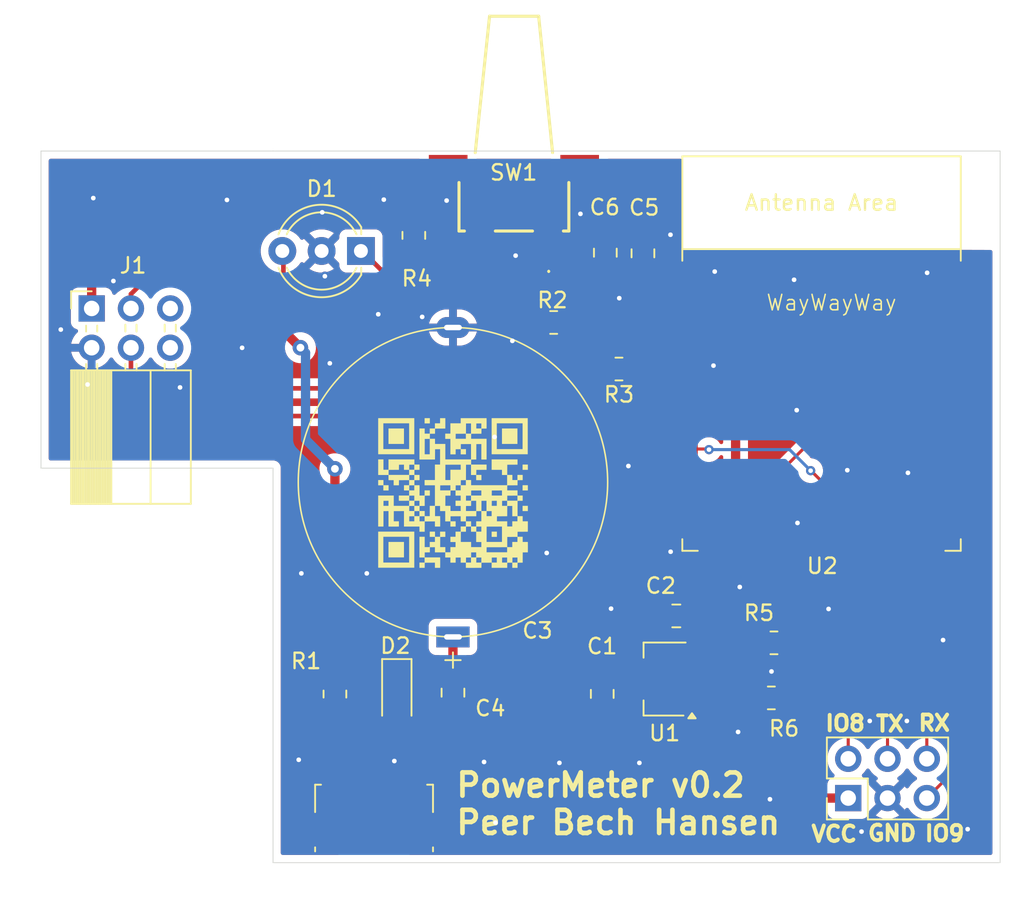
<source format=kicad_pcb>
(kicad_pcb (version 20241229) (generator "pcbnew") (generator_version "9.0")
  (layers (0 "F.Cu" signal) (2 "B.Cu" signal) (13 "F.Paste" user) (15 "B.Paste" user) (5 "F.SilkS" user "F.Silkscreen") (7 "B.SilkS" user "B.Silkscreen") (1 "F.Mask" user) (3 "B.Mask" user) (25 "Edge.Cuts" user))
  (net 0 "")
  (net 1 "GND")
  (net 2 "+3.3V")
  (net 3 "Net-(D2-K)")
  (net 4 "Net-(D1-A2)")
  (net 5 "Net-(D1-A1)")
  (net 6 "Net-(D2-A)")
  (net 7 "/DataOut")
  (net 10 "/DataIn")
  (net 11 "Net-(U2-GPIO22)")
  (net 12 "Net-(U2-GPIO3{slash}ADC1_CH3)")
  (net 23 "Net-(U2-MTDI{slash}GPIO5{slash}ADC1_CH5)")
  (net 24 "Net-(U2-MTCK{slash}GPIO6{slash}ADC1_CH6)")
  (net 25 "Net-(U2-MTMS{slash}GPIO4{slash}ADC1_CH4)")
  (net 27 "VCC")
  (net 33 "Net-(J1-Pin_2)")
  (net 34 "Net-(J1-Pin_4)")
  (net 35 "Net-(J1-Pin_5)")
  (net 36 "Net-(J1-Pin_6)")
  (footprint "Connector_USB:USB_Micro-B_Molex_47346-0001" (layer "F.Cu") (at 71.53 92.67)
    (property "Reference" "J3" (hide yes))
    (property "Value" "USB_B_Micro")
    (pad "1" smd rect (at -1.3 -1.46) (size 0.45 1.38) (layers "F.Cu" "F.Mask" "F.Paste") (net 27 "VCC"))
    (pad "2" smd rect (at -0.65 -1.46) (size 0.45 1.38) (layers "F.Cu" "F.Mask" "F.Paste"))
    (pad "3" smd rect (at 0 -1.46) (size 0.45 1.38) (layers "F.Cu" "F.Mask" "F.Paste"))
    (pad "4" smd rect (at 0.65 -1.46) (size 0.45 1.38) (layers "F.Cu" "F.Mask" "F.Paste"))
    (pad "5" smd rect (at 1.3 -1.46) (size 0.45 1.38) (layers "F.Cu" "F.Mask" "F.Paste") (net 1 "GND"))
    (pad "6" smd rect (at -3.375 1.2) (size 1.65 1.3) (layers "F.Cu" "F.Mask" "F.Paste"))
    (pad "6" smd rect (at -2.4875 -1.375) (size 1.425 1.55) (layers "F.Cu" "F.Mask" "F.Paste"))
    (pad "6" smd rect (at -1.15 1.2) (size 1.8 1.9) (layers "F.Cu" "F.Mask" "F.Paste"))
    (pad "6" smd rect (at 1.55 1.2) (size 1 1.9) (layers "F.Cu" "F.Mask" "F.Paste"))
    (pad "6" smd rect (at 2.4875 -1.375) (size 1.425 1.55) (layers "F.Cu" "F.Mask" "F.Paste"))
    (pad "6" smd rect (at 3.375 1.2) (size 1.65 1.3) (layers "F.Cu" "F.Mask" "F.Paste"))
  )
  (footprint "Connector_PinHeader_2.54mm:PinHeader_2x03_P2.54mm_Vertical" (layer "F.Cu") (at 102.18 91.825 90)
    (property "Reference" "J1" (hide yes))
    (property "Value" "Conn_02x03_Top_Bottom")
    (pad "1" thru_hole rect (at 0 0 90) (size 1.7 1.7) (drill 1) (layers "*.Cu" "*.Mask") (net 2 "+3.3V"))
    (pad "2" thru_hole circle (at 2.54 0 90) (size 1.7 1.7) (drill 1) (layers "*.Cu" "*.Mask") (net 33 "Net-(J1-Pin_2)"))
    (pad "3" thru_hole circle (at 0 2.54 90) (size 1.7 1.7) (drill 1) (layers "*.Cu" "*.Mask") (net 1 "GND"))
    (pad "4" thru_hole circle (at 2.54 2.54 90) (size 1.7 1.7) (drill 1) (layers "*.Cu" "*.Mask") (net 34 "Net-(J1-Pin_4)"))
    (pad "5" thru_hole circle (at 0 5.08 90) (size 1.7 1.7) (drill 1) (layers "*.Cu" "*.Mask") (net 35 "Net-(J1-Pin_5)"))
    (pad "6" thru_hole circle (at 2.54 5.08 90) (size 1.7 1.7) (drill 1) (layers "*.Cu" "*.Mask") (net 36 "Net-(J1-Pin_6)"))
  )
  (footprint "Resistor_SMD:R_0805_2012Metric_Pad1.20x1.40mm_HandSolder" (layer "F.Cu") (at 83.14 61.08)
    (property "Reference" "R2" (at -0.08 -1.44 0) (layer "F.SilkS"))
    (property "Value" "220")
    (pad "1" smd roundrect (at -1 0) (size 1.2 1.4) (layers "F.Cu" "F.Mask" "F.Paste") (roundrect_rratio 0.208333) (net 5 "Net-(D1-A1)"))
    (pad "2" smd roundrect (at 1 0) (size 1.2 1.4) (layers "F.Cu" "F.Mask" "F.Paste") (roundrect_rratio 0.208333) (net 23 "Net-(U2-MTDI{slash}GPIO5{slash}ADC1_CH5)"))
  )
  (footprint "Capacitor_SMD:C_0805_2012Metric_Pad1.18x1.45mm_HandSolder" (layer "F.Cu") (at 86.28 85.09 -90)
    (property "Reference" "C1" (at -3.08 0.01 0) (layer "F.SilkS"))
    (property "Value" "10μF")
    (pad "1" smd roundrect (at -1.0375 0 270) (size 1.175 1.45) (layers "F.Cu" "F.Mask" "F.Paste") (roundrect_rratio 0.212766) (net 3 "Net-(D2-K)"))
    (pad "2" smd roundrect (at 1.0375 0 270) (size 1.175 1.45) (layers "F.Cu" "F.Mask" "F.Paste") (roundrect_rratio 0.212766) (net 1 "GND"))
  )
  (footprint "Capacitor_SMD:C_0805_2012Metric_Pad1.18x1.45mm_HandSolder" (layer "F.Cu") (at 76.63 85.01 -90)
    (property "Reference" "C4" (at 1.01 -2.41 180) (layer "F.SilkS"))
    (property "Value" "0.1μF")
    (pad "1" smd roundrect (at -1.0375 0 270) (size 1.175 1.45) (layers "F.Cu" "F.Mask" "F.Paste") (roundrect_rratio 0.212766) (net 3 "Net-(D2-K)"))
    (pad "2" smd roundrect (at 1.0375 0 270) (size 1.175 1.45) (layers "F.Cu" "F.Mask" "F.Paste") (roundrect_rratio 0.212766) (net 1 "GND"))
  )
  (footprint "PCM_Espressif:ESP32-C6-WROOM-1" (layer "F.Cu") (at 100.455 66.09)
    (property "Reference" "U2" (at 0.045 10.73 0) (layer "F.SilkS"))
    (property "Value" "ESP32-C6-WROOM-1")
    (fp_text user "Antenna Area" (at 0 -12.75 0) (layer "F.SilkS"))
    (pad "1" smd rect (at -8.75 -8.26) (size 1.5 0.9) (layers "F.Cu" "F.Mask" "F.Paste") (net 1 "GND"))
    (pad "2" smd rect (at -8.75 -6.99) (size 1.5 0.9) (layers "F.Cu" "F.Mask" "F.Paste") (net 2 "+3.3V"))
    (pad "3" smd rect (at -8.75 -5.72) (size 1.5 0.9) (layers "F.Cu" "F.Mask" "F.Paste") (net 2 "+3.3V"))
    (pad "4" smd rect (at -8.75 -4.45) (size 1.5 0.9) (layers "F.Cu" "F.Mask" "F.Paste") (net 25 "Net-(U2-MTMS{slash}GPIO4{slash}ADC1_CH4)"))
    (pad "5" smd rect (at -8.75 -3.18) (size 1.5 0.9) (layers "F.Cu" "F.Mask" "F.Paste") (net 23 "Net-(U2-MTDI{slash}GPIO5{slash}ADC1_CH5)"))
    (pad "6" smd rect (at -8.75 -1.91) (size 1.5 0.9) (layers "F.Cu" "F.Mask" "F.Paste") (net 24 "Net-(U2-MTCK{slash}GPIO6{slash}ADC1_CH6)"))
    (pad "7" smd rect (at -8.75 -0.64) (size 1.5 0.9) (layers "F.Cu" "F.Mask" "F.Paste"))
    (pad "8" smd rect (at -8.75 0.63) (size 1.5 0.9) (layers "F.Cu" "F.Mask" "F.Paste") (net 10 "/DataIn"))
    (pad "9" smd rect (at -8.75 1.9) (size 1.5 0.9) (layers "F.Cu" "F.Mask" "F.Paste") (net 7 "/DataOut"))
    (pad "10" smd rect (at -8.75 3.17) (size 1.5 0.9) (layers "F.Cu" "F.Mask" "F.Paste") (net 33 "Net-(J1-Pin_2)"))
    (pad "11" smd rect (at -8.75 4.44) (size 1.5 0.9) (layers "F.Cu" "F.Mask" "F.Paste"))
    (pad "12" smd rect (at -8.75 5.71) (size 1.5 0.9) (layers "F.Cu" "F.Mask" "F.Paste"))
    (pad "13" smd rect (at -8.75 6.98) (size 1.5 0.9) (layers "F.Cu" "F.Mask" "F.Paste"))
    (pad "14" smd rect (at -8.75 8.25) (size 1.5 0.9) (layers "F.Cu" "F.Mask" "F.Paste"))
    (pad "15" smd rect (at 8.75 8.25 180) (size 1.5 0.9) (layers "F.Cu" "F.Mask" "F.Paste") (net 35 "Net-(J1-Pin_5)"))
    (pad "16" smd rect (at 8.75 6.98 180) (size 1.5 0.9) (layers "F.Cu" "F.Mask" "F.Paste"))
    (pad "17" smd rect (at 8.75 5.71 180) (size 1.5 0.9) (layers "F.Cu" "F.Mask" "F.Paste"))
    (pad "18" smd rect (at 8.75 4.44 180) (size 1.5 0.9) (layers "F.Cu" "F.Mask" "F.Paste"))
    (pad "19" smd rect (at 8.75 3.17 180) (size 1.5 0.9) (layers "F.Cu" "F.Mask" "F.Paste"))
    (pad "20" smd rect (at 8.75 1.9 180) (size 1.5 0.9) (layers "F.Cu" "F.Mask" "F.Paste") (net 11 "Net-(U2-GPIO22)"))
    (pad "21" smd rect (at 8.75 0.63 180) (size 1.5 0.9) (layers "F.Cu" "F.Mask" "F.Paste") (net 11 "Net-(U2-GPIO22)"))
    (pad "22" smd rect (at 8.75 -0.64 180) (size 1.5 0.9) (layers "F.Cu" "F.Mask" "F.Paste"))
    (pad "23" smd rect (at 8.75 -1.91 180) (size 1.5 0.9) (layers "F.Cu" "F.Mask" "F.Paste"))
    (pad "24" smd rect (at 8.75 -3.18 180) (size 1.5 0.9) (layers "F.Cu" "F.Mask" "F.Paste") (net 36 "Net-(J1-Pin_6)"))
    (pad "25" smd rect (at 8.75 -4.45 180) (size 1.5 0.9) (layers "F.Cu" "F.Mask" "F.Paste") (net 34 "Net-(J1-Pin_4)"))
    (pad "26" smd rect (at 8.75 -5.72 180) (size 1.5 0.9) (layers "F.Cu" "F.Mask" "F.Paste") (net 12 "Net-(U2-GPIO3{slash}ADC1_CH3)"))
    (pad "27" smd rect (at 8.75 -6.99 180) (size 1.5 0.9) (layers "F.Cu" "F.Mask" "F.Paste"))
    (pad "28" smd rect (at 8.75 -8.26 180) (size 1.5 0.9) (layers "F.Cu" "F.Mask" "F.Paste") (net 1 "GND"))
    (pad "29" smd rect (at -2.755 -3.79 180) (size 0.8 0.8) (layers "F.Cu" "F.Mask" "F.Paste") (net 1 "GND"))
    (pad "29" smd rect (at -2.755 -2.54 180) (size 0.8 0.8) (layers "F.Cu" "F.Mask" "F.Paste") (net 1 "GND"))
    (pad "29" smd rect (at -2.755 -1.29 180) (size 0.8 0.8) (layers "F.Cu" "F.Mask" "F.Paste") (net 1 "GND"))
    (pad "29" smd rect (at -1.505 -3.79 180) (size 0.8 0.8) (layers "F.Cu" "F.Mask" "F.Paste") (net 1 "GND"))
    (pad "29" smd rect (at -1.505 -2.54 180) (size 0.8 0.8) (layers "F.Cu" "F.Mask" "F.Paste") (net 1 "GND"))
    (pad "29" smd rect (at -1.505 -1.29 180) (size 0.8 0.8) (layers "F.Cu" "F.Mask" "F.Paste") (net 1 "GND"))
    (pad "29" smd rect (at -0.255 -3.79 180) (size 0.8 0.8) (layers "F.Cu" "F.Mask" "F.Paste") (net 1 "GND"))
    (pad "29" smd rect (at -0.255 -2.54 180) (size 0.8 0.8) (layers "F.Cu" "F.Mask" "F.Paste") (net 1 "GND"))
    (pad "29" smd rect (at -0.255 -1.29 180) (size 0.8 0.8) (layers "F.Cu" "F.Mask" "F.Paste") (net 1 "GND"))
    (zone (net 0) (net_name "") (layers "F.Cu" "B.Cu") (name "antenna keepout") (connect_pads (clearance 0)) (min_thickness 0.254)
      (keepout (tracks not_allowed) (vias not_allowed) (pads not_allowed) (copperpour not_allowed) (footprints not_allowed))
      (fill (thermal_gap 0.508) (thermal_bridge_width 0.508))
      (polygon (pts (xy 109.455 56.34) (xy 91.455 56.34) (xy 91.455 50.34) (xy 109.455 50.34)))
    )
  )
  (footprint "Resistor_SMD:R_0805_2012Metric_Pad1.20x1.40mm_HandSolder" (layer "F.Cu") (at 97.38 81.79 180)
    (property "Reference" "R5" (at 0.97 1.93 180) (layer "F.SilkS"))
    (property "Value" "10K")
    (pad "1" smd roundrect (at -1 0 180) (size 1.2 1.4) (layers "F.Cu" "F.Mask" "F.Paste") (roundrect_rratio 0.208333) (net 12 "Net-(U2-GPIO3{slash}ADC1_CH3)"))
    (pad "2" smd roundrect (at 1 0 180) (size 1.2 1.4) (layers "F.Cu" "F.Mask" "F.Paste") (roundrect_rratio 0.208333) (net 1 "GND"))
  )
  (footprint "Capacitor_THT:Peers Super" (layer "F.Cu") (at 76.63 76.4075 90)
    (property "Reference" "C3" (at -4.5925 5.46 0) (layer "F.SilkS"))
    (property "Value" "5.5V, 1F")
    (pad "1" thru_hole rect (at -5 0 90) (size 1.35 2.15) (drill oval 0.35 1.15) (layers "*.Cu" "*.Mask") (net 3 "Net-(D2-K)"))
    (pad "2" thru_hole oval (at 15 0 90) (size 1.35 2.15) (drill oval 0.35 1.15) (layers "*.Cu" "*.Mask") (net 1 "GND"))
  )
  (footprint "Diode_SMD:Nexperia_CFP3_SOD-123W" (layer "F.Cu") (at 73 85.1 -90)
    (property "Reference" "D2" (at -3.12 0.09 180) (layer "F.SilkS"))
    (property "Value" "D_Schottky")
    (pad "1" smd rect (at -1.4 0 270) (size 1.2 1.2) (layers "F.Cu" "F.Mask" "F.Paste") (net 3 "Net-(D2-K)"))
    (pad "2" smd rect (at 1.4 0 270) (size 1.2 1.2) (layers "F.Cu" "F.Mask" "F.Paste") (net 6 "Net-(D2-A)"))
  )
  (footprint "Resistor_SMD:R_0805_2012Metric_Pad1.20x1.40mm_HandSolder" (layer "F.Cu") (at 74.1 55.45 90)
    (property "Reference" "R4" (at -2.79 0.19 180) (layer "F.SilkS"))
    (property "Value" "10K")
    (pad "1" smd roundrect (at -1 0 90) (size 1.2 1.4) (layers "F.Cu" "F.Mask" "F.Paste") (roundrect_rratio 0.208333) (net 25 "Net-(U2-MTMS{slash}GPIO4{slash}ADC1_CH4)"))
    (pad "2" smd roundrect (at 1 0 90) (size 1.2 1.4) (layers "F.Cu" "F.Mask" "F.Paste") (roundrect_rratio 0.208333) (net 1 "GND"))
  )
  (footprint "Capacitor_SMD:C_0805_2012Metric_Pad1.18x1.45mm_HandSolder" (layer "F.Cu") (at 86.48 56.57 90)
    (property "Reference" "C6" (at 2.94 -0.04 180) (layer "F.SilkS"))
    (property "Value" "10μF")
    (pad "1" smd roundrect (at -1.0375 0 90) (size 1.175 1.45) (layers "F.Cu" "F.Mask" "F.Paste") (roundrect_rratio 0.212766) (net 2 "+3.3V"))
    (pad "2" smd roundrect (at 1.0375 0 90) (size 1.175 1.45) (layers "F.Cu" "F.Mask" "F.Paste") (roundrect_rratio 0.212766) (net 1 "GND"))
  )
  (footprint "Package_TO_SOT_SMD:SOT-89-3" (layer "F.Cu") (at 90.31 84.13 180)
    (property "Reference" "U1" (at 0 -3.5 0) (layer "F.SilkS"))
    (property "Value" "MCP1700x-330xxMB")
    (pad "1" smd roundrect (at -1.95 -1.5 180) (size 1.3 0.9) (layers "F.Cu" "F.Mask" "F.Paste") (net 1 "GND"))
    (pad "2" smd custom (at -1.8625 0 180) (size 1.475 0.9) (layers "F.Cu" "F.Mask" "F.Paste") (net 3 "Net-(D2-K)") (options (clearance outline) (anchor rect)) (primitives (gr_poly (pts (xy 3.8625 0.8665) (xy 0.7375 0.8665) (xy 0.7375 -0.8665) (xy 3.8625 -0.8665)) (width 0) (fill yes))))
    (pad "3" smd roundrect (at -1.95 1.5 180) (size 1.3 0.9) (layers "F.Cu" "F.Mask" "F.Paste") (net 2 "+3.3V"))
  )
  (footprint "Connector_PinSocket_2.54mm:PinSocket_2x03_P2.54mm_Horizontal" (layer "F.Cu") (at 53.275 60.175 90)
    (property "Reference" "J1" (at 2.775 2.675 180) (layer "F.SilkS"))
    (property "Value" "Conn_01x06_Pin")
    (pad "1" thru_hole rect (at 0 0 90) (size 1.7 1.7) (drill 1) (layers "*.Cu" "*.Mask") (net 27 "VCC"))
    (pad "2" thru_hole oval (at -2.54 0 90) (size 1.7 1.7) (drill 1) (layers "*.Cu" "*.Mask") (net 1 "GND"))
    (pad "3" thru_hole oval (at 0 2.54 90) (size 1.7 1.7) (drill 1) (layers "*.Cu" "*.Mask") (net 10 "/DataIn"))
    (pad "4" thru_hole oval (at -2.54 2.54 90) (size 1.7 1.7) (drill 1) (layers "*.Cu" "*.Mask") (net 7 "/DataOut"))
    (pad "5" thru_hole oval (at 0 5.08 90) (size 1.7 1.7) (drill 1) (layers "*.Cu" "*.Mask"))
    (pad "6" thru_hole oval (at -2.54 5.08 90) (size 1.7 1.7) (drill 1) (layers "*.Cu" "*.Mask"))
  )
  (footprint "Resistor_SMD:R_0805_2012Metric_Pad1.20x1.40mm_HandSolder" (layer "F.Cu") (at 87.36 64.09 180)
    (property "Reference" "R3" (at 0 -1.65 0) (layer "F.SilkS"))
    (property "Value" "220")
    (pad "1" smd roundrect (at -1 0 180) (size 1.2 1.4) (layers "F.Cu" "F.Mask" "F.Paste") (roundrect_rratio 0.208333) (net 24 "Net-(U2-MTCK{slash}GPIO6{slash}ADC1_CH6)"))
    (pad "2" smd roundrect (at 1 0 180) (size 1.2 1.4) (layers "F.Cu" "F.Mask" "F.Paste") (roundrect_rratio 0.208333) (net 4 "Net-(D1-A2)"))
  )
  (footprint "Resistor_SMD:R_0805_2012Metric_Pad1.20x1.40mm_HandSolder" (layer "F.Cu") (at 97.21 85.35)
    (property "Reference" "R6" (at 0.82 1.98 180) (layer "F.SilkS"))
    (property "Value" "10K")
    (pad "1" smd roundrect (at -1 0) (size 1.2 1.4) (layers "F.Cu" "F.Mask" "F.Paste") (roundrect_rratio 0.208333) (net 2 "+3.3V"))
    (pad "2" smd roundrect (at 1 0) (size 1.2 1.4) (layers "F.Cu" "F.Mask" "F.Paste") (roundrect_rratio 0.208333) (net 12 "Net-(U2-GPIO3{slash}ADC1_CH3)"))
  )
  (footprint "Resistor_SMD:R_0805_2012Metric_Pad1.20x1.40mm_HandSolder" (layer "F.Cu") (at 69 85.1 -90)
    (property "Reference" "R1" (at -2.13 1.87 0) (layer "F.SilkS"))
    (property "Value" "56")
    (pad "1" smd roundrect (at -1 0 270) (size 1.2 1.4) (layers "F.Cu" "F.Mask" "F.Paste") (roundrect_rratio 0.208333) (net 27 "VCC"))
    (pad "2" smd roundrect (at 1 0 270) (size 1.2 1.4) (layers "F.Cu" "F.Mask" "F.Paste") (roundrect_rratio 0.208333) (net 6 "Net-(D2-A)"))
  )
  (footprint "Capacitor_SMD:C_0805_2012Metric_Pad1.18x1.45mm_HandSolder" (layer "F.Cu") (at 91.0675 80.05 180)
    (property "Reference" "C2" (at 1.0075 1.95 0) (layer "F.SilkS"))
    (property "Value" "10μF")
    (pad "1" smd roundrect (at -1.0375 0 180) (size 1.175 1.45) (layers "F.Cu" "F.Mask" "F.Paste") (roundrect_rratio 0.212766) (net 2 "+3.3V"))
    (pad "2" smd roundrect (at 1.0375 0 180) (size 1.175 1.45) (layers "F.Cu" "F.Mask" "F.Paste") (roundrect_rratio 0.212766) (net 1 "GND"))
  )
  (footprint "LED_THT:LED_D5.0mm-3" (layer "F.Cu") (at 70.68 56.46 180)
    (property "Reference" "D1" (at 2.54 4.02 0) (layer "F.SilkS"))
    (property "Value" "LED_Dual_AKA")
    (pad "1" thru_hole rect (at 0 0 180) (size 1.8 1.8) (drill 0.9) (layers "*.Cu" "*.Mask") (net 5 "Net-(D1-A1)"))
    (pad "2" thru_hole circle (at 2.54 0 180) (size 1.8 1.8) (drill 0.9) (layers "*.Cu" "*.Mask") (net 1 "GND"))
    (pad "3" thru_hole circle (at 5.08 0 180) (size 1.8 1.8) (drill 0.9) (layers "*.Cu" "*.Mask") (net 4 "Net-(D1-A2)"))
  )
  (footprint "LOGO" (layer "F.Cu") (at 76.63 72.1)
    (property "Reference" "G***" (hide yes))
    (property "Value" "LOGO" (hide yes))
  )
  (footprint "Button_Switch_SMD:CS1102V1135F160_pbh" (layer "F.Cu") (at 80.57 48.228 180)
    (property "Reference" "SW1" (at 0.02 -3.162 180) (layer "F.SilkS"))
    (property "Value" "SW_Push" (hide yes))
    (pad "1" smd rect (at -2.25 -6.522 180) (size 1.4 5) (layers "F.Cu" "F.Mask" "F.Paste") (net 2 "+3.3V"))
    (pad "2" smd rect (at 2.25 -6.522 180) (size 1.4 5) (layers "F.Cu" "F.Mask" "F.Paste") (net 25 "Net-(U2-MTMS{slash}GPIO4{slash}ADC1_CH4)"))
    (pad "3" smd rect (at -4.25 -2.772 270) (size 1.5 2.5) (layers "F.Cu" "F.Mask" "F.Paste"))
    (pad "4" smd rect (at 4.25 -2.772 270) (size 1.5 2.5) (layers "F.Cu" "F.Mask" "F.Paste"))
  )
  (footprint "Capacitor_SMD:C_0805_2012Metric_Pad1.18x1.45mm_HandSolder" (layer "F.Cu") (at 88.91 56.61 90)
    (property "Reference" "C5" (at 2.9575 0.08 180) (layer "F.SilkS"))
    (property "Value" "0.1μF")
    (pad "1" smd roundrect (at -1.0375 0 90) (size 1.175 1.45) (layers "F.Cu" "F.Mask" "F.Paste") (roundrect_rratio 0.212766) (net 2 "+3.3V"))
    (pad "2" smd roundrect (at 1.0375 0 90) (size 1.175 1.45) (layers "F.Cu" "F.Mask" "F.Paste") (roundrect_rratio 0.212766) (net 1 "GND"))
  )
  (gr_line (start 112 96) (end 65 96) (stroke (width 0.05)) (layer "Edge.Cuts"))
  (gr_line (start 65 70.5) (end 50 70.5) (stroke (width 0.05)) (layer "Edge.Cuts"))
  (gr_line (start 50 50) (end 65 50) (stroke (width 0.05)) (layer "Edge.Cuts"))
  (gr_line (start 65 96) (end 65 70.5) (stroke (width 0.05)) (layer "Edge.Cuts"))
  (gr_line (start 65 50) (end 112 50) (stroke (width 0.05)) (layer "Edge.Cuts"))
  (gr_line (start 112 50) (end 112 96) (stroke (width 0.05)) (layer "Edge.Cuts"))
  (gr_line (start 50 70.5) (end 50 50) (stroke (width 0.05)) (layer "Edge.Cuts"))
  (gr_text "IO9" (at 107.01 94.7 0) (layer "F.SilkS") (effects (font (size 1 1) (thickness 0.25) (bold yes)) (justify left bottom)))
  (gr_text "RX" (at 106.6 87.56 0) (layer "F.SilkS") (effects (font (size 1 1) (thickness 0.25) (bold yes)) (justify left bottom)))
  (gr_text "WayWayWay" (at 96.82 60.39 0) (layer "F.SilkS") (effects (font (size 1 1) (thickness 0.1)) (justify left bottom)))
  (gr_text "VCC" (at 99.68 94.73 0) (layer "F.SilkS") (effects (font (size 1 1) (thickness 0.25) (bold yes)) (justify left bottom)))
  (gr_text "GND" (at 103.33 94.68 0) (layer "F.SilkS") (effects (font (size 1 1) (thickness 0.25) (bold yes)) (justify left bottom)))
  (gr_text "TX" (at 103.85 87.61 0) (layer "F.SilkS") (effects (font (size 1 1) (thickness 0.25) (bold yes)) (justify left bottom)))
  (gr_text "PowerMeter v0.2\nPeer Bech Hansen" (at 76.69 94.28 0) (layer "F.SilkS") (effects (font (size 1.5 1.5) (thickness 0.3) (bold yes)) (justify left bottom)))
  (gr_text "IO8" (at 100.58 87.58 0) (layer "F.SilkS") (effects (font (size 1 1) (thickness 0.25) (bold yes)) (justify left bottom)))
  (segment (start 72.83 91.21) (end 72.83 89.44) (width 0.2) (layer "F.Cu") (net 1))
  (segment (start 72.83 89.44) (end 72.84 89.43) (width 0.2) (layer "F.Cu") (net 1))
  (via (at 66.83 77.3) (size 0.6) (drill 0.3) (layers "F.Cu" "B.Cu") (net 1))
  (via (at 68.67 63.72) (size 0.6) (drill 0.3) (layers "F.Cu" "B.Cu") (net 1))
  (via (at 71.8 60.55) (size 0.6) (drill 0.3) (layers "F.Cu" "B.Cu") (net 1))
  (via (at 63 62.718285) (size 0.6) (drill 0.3) (layers "F.Cu" "B.Cu") (net 1))
  (via (at 103.04 93.99) (size 0.6) (drill 0.3) (layers "F.Cu" "B.Cu") (net 1))
  (via (at 87.97 70.36) (size 0.6) (drill 0.3) (layers "F.Cu" "B.Cu") (net 1))
  (via (at 90.69 55.41) (size 0.6) (drill 0.3) (layers "F.Cu" "B.Cu") (net 1))
  (via (at 98.68 58.32) (size 0.6) (drill 0.3) (layers "F.Cu" "B.Cu") (net 1))
  (via (at 68.35 58.09) (size 0.6) (drill 0.3) (layers "F.Cu" "B.Cu") (net 1))
  (via (at 108.31 81.61) (size 0.6) (drill 0.3) (layers "F.Cu" "B.Cu") (net 1))
  (via (at 58.987782 65.28) (size 0.6) (drill 0.3) (layers "F.Cu" "B.Cu") (net 1))
  (via (at 107.28 57.87) (size 0.6) (drill 0.3) (layers "F.Cu" "B.Cu") (net 1))
  (via (at 53.01 65.09) (size 0.6) (drill 0.3) (layers "F.Cu" "B.Cu") (net 1))
  (via (at 80.47 62.27) (size 0.6) (drill 0.3) (layers "F.Cu" "B.Cu") (net 1))
  (via (at 53.38 53.04) (size 0.6) (drill 0.3) (layers "F.Cu" "B.Cu") (net 1))
  (via (at 78.64 89.49) (size 0.6) (drill 0.3) (layers "F.Cu" "B.Cu") (net 1))
  (via (at 87.38 59.51) (size 0.6) (drill 0.3) (layers "F.Cu" "B.Cu") (net 1))
  (via (at 93.47 63.87) (size 0.6) (drill 0.3) (layers "F.Cu" "B.Cu") (net 1))
  (via (at 76.22 53.2) (size 0.6) (drill 0.3) (layers "F.Cu" "B.Cu") (net 1))
  (via (at 54.68 58.4) (size 0.6) (drill 0.3) (layers "F.Cu" "B.Cu") (net 1))
  (via (at 109.9 93.834194) (size 0.6) (drill 0.3) (layers "F.Cu" "B.Cu") (net 1))
  (via (at 93.55 57.79) (size 0.6) (drill 0.3) (layers "F.Cu" "B.Cu") (net 1))
  (via (at 95.06 87.55) (size 0.6) (drill 0.3) (layers "F.Cu" "B.Cu") (net 1))
  (via (at 97.12 91.9) (size 0.6) (drill 0.3) (layers "F.Cu" "B.Cu") (net 1))
  (via (at 106.04 70.8) (size 0.6) (drill 0.3) (layers "F.Cu" "B.Cu") (net 1))
  (via (at 102.12 70.63) (size 0.6) (drill 0.3) (layers "F.Cu" "B.Cu") (net 1))
  (via (at 88.68 89.55) (size 0.6) (drill 0.3) (layers "F.Cu" "B.Cu") (net 1))
  (via (at 100.91 79.6) (size 0.6) (drill 0.3) (layers "F.Cu" "B.Cu") (net 1))
  (via (at 51.28 61.54) (size 0.6) (drill 0.3) (layers "F.Cu" "B.Cu") (net 1))
  (via (at 97.22 83.64) (size 0.6) (drill 0.3) (layers "F.Cu" "B.Cu") (net 1))
  (via (at 90.7 75.9) (size 0.6) (drill 0.3) (layers "F.Cu" "B.Cu") (net 1))
  (via (at 80.68 56.76) (size 0.6) (drill 0.3) (layers "F.Cu" "B.Cu") (net 1))
  (via (at 72.16 53.14) (size 0.6) (drill 0.3) (layers "F.Cu" "B.Cu") (net 1))
  (via (at 79.32 68.48) (size 0.6) (drill 0.3) (layers "F.Cu" "B.Cu") (net 1))
  (via (at 74.64 60.72) (size 0.6) (drill 0.3) (layers "F.Cu" "B.Cu") (net 1))
  (via (at 103.57 86.84) (size 0.6) (drill 0.3) (layers "F.Cu" "B.Cu") (net 1))
  (via (at 84.87 54.06) (size 0.6) (drill 0.3) (layers "F.Cu" "B.Cu") (net 1))
  (via (at 66.66 89.35) (size 0.6) (drill 0.3) (layers "F.Cu" "B.Cu") (net 1))
  (via (at 79.38 93.41) (size 0.6) (drill 0.3) (layers "F.Cu" "B.Cu") (net 1))
  (via (at 72.84 89.43) (size 0.6) (drill 0.3) (layers "F.Cu" "B.Cu") (net 1))
  (via (at 98.85 66.75) (size 0.6) (drill 0.3) (layers "F.Cu" "B.Cu") (net 1))
  (via (at 86.85 79.58) (size 0.6) (drill 0.3) (layers "F.Cu" "B.Cu") (net 1))
  (via (at 82.69 75.98) (size 0.6) (drill 0.3) (layers "F.Cu" "B.Cu") (net 1))
  (via (at 105.97 86.84) (size 0.6) (drill 0.3) (layers "F.Cu" "B.Cu") (net 1))
  (via (at 71.06 77.3) (size 0.6) (drill 0.3) (layers "F.Cu" "B.Cu") (net 1))
  (via (at 98.9 74.04) (size 0.6) (drill 0.3) (layers "F.Cu" "B.Cu") (net 1))
  (via (at 62.02 53.16) (size 0.6) (drill 0.3) (layers "F.Cu" "B.Cu") (net 1))
  (via (at 95.17 78.18) (size 0.6) (drill 0.3) (layers "F.Cu" "B.Cu") (net 1))
  (via (at 68.179609 53.96) (size 0.6) (drill 0.3) (layers "F.Cu" "B.Cu") (net 1))
  (via (at 83.51 89.55) (size 0.6) (drill 0.3) (layers "F.Cu" "B.Cu") (net 1))
  (segment (start 99.285 91.825) (end 96.21 88.75) (width 0.6) (layer "F.Cu") (net 2))
  (segment (start 91.705 59.1) (end 90.0125 59.1) (width 0.6) (layer "F.Cu") (net 2))
  (segment (start 84.2475 57.6075) (end 82.82 56.18) (width 0.6) (layer "F.Cu") (net 2))
  (segment (start 86.52 57.6475) (end 86.48 57.6075) (width 0.6) (layer "F.Cu") (net 2))
  (segment (start 93.49 82.63) (end 96.21 85.35) (width 0.6) (layer "F.Cu") (net 2))
  (segment (start 92.26 80.3975) (end 92.2425 80.38) (width 0.6) (layer "F.Cu") (net 2))
  (segment (start 92.2425 78.1575) (end 94.9 75.5) (width 0.6) (layer "F.Cu") (net 2))
  (segment (start 94.9 75.5) (end 94.9 60.9) (width 0.6) (layer "F.Cu") (net 2))
  (segment (start 82.78 56.17) (end 82.78 55.25) (width 0.6) (layer "F.Cu") (net 2))
  (segment (start 82.82 56.18) (end 82.82 54.75) (width 0.6) (layer "F.Cu") (net 2))
  (segment (start 96.21 85.35) (end 96.21 88.75) (width 0.6) (layer "F.Cu") (net 2))
  (segment (start 93.1 59.1) (end 91.705 59.1) (width 0.6) (layer "F.Cu") (net 2))
  (segment (start 92.26 82.63) (end 93.49 82.63) (width 0.6) (layer "F.Cu") (net 2))
  (segment (start 94.9 60.9) (end 93.1 59.1) (width 0.6) (layer "F.Cu") (net 2))
  (segment (start 102.18 91.825) (end 99.285 91.825) (width 0.6) (layer "F.Cu") (net 2))
  (segment (start 86.59 58.0175) (end 86.56 57.9875) (width 0.6) (layer "F.Cu") (net 2))
  (segment (start 82.82 56.55) (end 82.82 54.75) (width 0.6) (layer "F.Cu") (net 2))
  (segment (start 92.26 82.63) (end 92.26 80.3975) (width 0.6) (layer "F.Cu") (net 2))
  (segment (start 90.0125 59.1) (end 88.93 58.0175) (width 0.6) (layer "F.Cu") (net 2))
  (segment (start 86.48 57.6075) (end 84.2475 57.6075) (width 0.6) (layer "F.Cu") (net 2))
  (segment (start 91.705 59.1) (end 91.705 60.37) (width 0.6) (layer "F.Cu") (net 2))
  (segment (start 92.2425 80.38) (end 92.2425 78.1575) (width 0.6) (layer "F.Cu") (net 2))
  (segment (start 88.91 57.6475) (end 86.52 57.6475) (width 0.6) (layer "F.Cu") (net 2))
  (segment (start 76.3575 83.7) (end 76.63 83.9725) (width 0.6) (layer "F.Cu") (net 3))
  (segment (start 89.62 84.08) (end 89.635454 84.08) (width 0.6) (layer "F.Cu") (net 3))
  (segment (start 92.155 84.1475) (end 92.1725 84.13) (width 0.6) (layer "F.Cu") (net 3))
  (segment (start 85.745 83.9725) (end 85.92 84.1475) (width 0.6) (layer "F.Cu") (net 3))
  (segment (start 76.63 81.4075) (end 76.63 84.0225) (width 0.6) (layer "F.Cu") (net 3))
  (segment (start 73 83.7) (end 76.3575 83.7) (width 0.6) (layer "F.Cu") (net 3))
  (segment (start 76.63 83.9725) (end 85.745 83.9725) (width 0.6) (layer "F.Cu") (net 3))
  (segment (start 85.92 84.1475) (end 92.155 84.1475) (width 0.6) (layer "F.Cu") (net 3))
  (segment (start 89.5525 84.1475) (end 89.62 84.08) (width 0.6) (layer "F.Cu") (net 3))
  (segment (start 85.92 63.65) (end 70.85 63.65) (width 0.3) (layer "F.Cu") (net 4))
  (segment (start 86.36 64.09) (end 85.92 63.65) (width 0.3) (layer "F.Cu") (net 4))
  (segment (start 65.67 58.47) (end 65.67 56.02) (width 0.3) (layer "F.Cu") (net 4))
  (segment (start 70.85 63.65) (end 65.67 58.47) (width 0.3) (layer "F.Cu") (net 4))
  (segment (start 78.42 59.07) (end 80.43 61.08) (width 0.3) (layer "F.Cu") (net 5))
  (segment (start 73.37 59.07) (end 78.42 59.07) (width 0.3) (layer "F.Cu") (net 5))
  (segment (start 70.75 56.45) (end 70.75 56.02) (width 0.3) (layer "F.Cu") (net 5))
  (segment (start 80.43 61.08) (end 82.14 61.08) (width 0.3) (layer "F.Cu") (net 5))
  (segment (start 73.37 59.07) (end 70.75 56.45) (width 0.3) (layer "F.Cu") (net 5))
  (segment (start 69.4 86.5) (end 69 86.1) (width 0.6) (layer "F.Cu") (net 6))
  (segment (start 73 86.5) (end 69.4 86.5) (width 0.6) (layer "F.Cu") (net 6))
  (segment (start 62.35 67.15) (end 62.33 67.13) (width 0.3) (layer "F.Cu") (net 7))
  (segment (start 84.38 67.99) (end 83.52 67.13) (width 0.3) (layer "F.Cu") (net 7))
  (segment (start 91.705 67.99) (end 84.38 67.99) (width 0.3) (layer "F.Cu") (net 7))
  (segment (start 55.815 64.785) (end 55.815 62.715) (width 0.3) (layer "F.Cu") (net 7))
  (segment (start 62.33 67.13) (end 58.16 67.13) (width 0.3) (layer "F.Cu") (net 7))
  (segment (start 62.37 67.13) (end 62.35 67.15) (width 0.3) (layer "F.Cu") (net 7))
  (segment (start 83.52 67.13) (end 62.37 67.13) (width 0.3) (layer "F.Cu") (net 7))
  (segment (start 58.16 67.13) (end 55.815 64.785) (width 0.3) (layer "F.Cu") (net 7))
  (segment (start 60.55 63.7) (end 62.19 65.34) (width 0.3) (layer "F.Cu") (net 10))
  (segment (start 62.19 65.34) (end 84.39 65.34) (width 0.3) (layer "F.Cu") (net 10))
  (segment (start 55.815 59.245) (end 55.815 60.175) (width 0.3) (layer "F.Cu") (net 10))
  (segment (start 84.39 65.34) (end 85.77 66.72) (width 0.3) (layer "F.Cu") (net 10))
  (segment (start 56.66 58.4) (end 55.815 59.245) (width 0.3) (layer "F.Cu") (net 10))
  (segment (start 60.55 59.8) (end 60.55 63.7) (width 0.3) (layer "F.Cu") (net 10))
  (segment (start 85.77 66.72) (end 91.705 66.72) (width 0.3) (layer "F.Cu") (net 10))
  (segment (start 56.66 58.4) (end 59.15 58.4) (width 0.3) (layer "F.Cu") (net 10))
  (segment (start 59.15 58.4) (end 60.55 59.8) (width 0.3) (layer "F.Cu") (net 10))
  (segment (start 108.155 60.37) (end 109.205 60.37) (width 0.3) (layer "F.Cu") (net 12))
  (segment (start 98.249 70.276) (end 108.155 60.37) (width 0.2) (layer "F.Cu") (net 12))
  (segment (start 98.21 85.35) (end 98.21 81.96) (width 0.2) (layer "F.Cu") (net 12))
  (segment (start 98.38 81.79) (end 98.249 81.659) (width 0.3) (layer "F.Cu") (net 12))
  (segment (start 98.21 81.96) (end 98.38 81.79) (width 0.3) (layer "F.Cu") (net 12))
  (segment (start 98.249 81.659) (end 98.249 70.276) (width 0.2) (layer "F.Cu") (net 12))
  (segment (start 91.705 62.91) (end 89.59 62.91) (width 0.3) (layer "F.Cu") (net 23))
  (segment (start 85.17 62.11) (end 84.14 61.08) (width 0.3) (layer "F.Cu") (net 23))
  (segment (start 88.79 62.11) (end 85.17 62.11) (width 0.3) (layer "F.Cu") (net 23))
  (segment (start 89.59 62.91) (end 88.79 62.11) (width 0.3) (layer "F.Cu") (net 23))
  (segment (start 91.615 64.09) (end 91.705 64.18) (width 0.3) (layer "F.Cu") (net 24))
  (segment (start 88.36 64.09) (end 91.615 64.09) (width 0.3) (layer "F.Cu") (net 24))
  (segment (start 84.9 59.68) (end 84.9 59.65) (width 0.3) (layer "F.Cu") (net 25))
  (segment (start 89.25 60.95) (end 86.17 60.95) (width 0.3) (layer "F.Cu") (net 25))
  (segment (start 81.07 59.14) (end 78.28 56.35) (width 0.3) (layer "F.Cu") (net 25))
  (segment (start 77.89 56.56) (end 77.73 56.4) (width 0.3) (layer "F.Cu") (net 25))
  (segment (start 89.94 61.64) (end 89.25 60.95) (width 0.3) (layer "F.Cu") (net 25))
  (segment (start 84.38 59.14) (end 81.07 59.14) (width 0.3) (layer "F.Cu") (net 25))
  (segment (start 78.29 56.16) (end 77.89 56.56) (width 0.3) (layer "F.Cu") (net 25))
  (segment (start 78.28 56.35) (end 78.28 55.25) (width 0.3) (layer "F.Cu") (net 25))
  (segment (start 91.705 61.64) (end 89.94 61.64) (width 0.3) (layer "F.Cu") (net 25))
  (segment (start 74.98 56.45) (end 74.1 56.45) (width 0.3) (layer "F.Cu") (net 25))
  (segment (start 84.89 59.65) (end 84.38 59.14) (width 0.3) (layer "F.Cu") (net 25))
  (segment (start 77.73 56.4) (end 75.03 56.4) (width 0.3) (layer "F.Cu") (net 25))
  (segment (start 84.9 59.65) (end 84.89 59.65) (width 0.3) (layer "F.Cu") (net 25))
  (segment (start 75.03 56.4) (end 74.98 56.45) (width 0.3) (layer "F.Cu") (net 25))
  (segment (start 78.29 54.59) (end 78.29 56.16) (width 0.3) (layer "F.Cu") (net 25))
  (segment (start 86.17 60.95) (end 84.9 59.68) (width 0.3) (layer "F.Cu") (net 25))
  (segment (start 66.9 86.95) (end 66.9 84.85) (width 0.6) (layer "F.Cu") (net 27))
  (segment (start 53.275 57.675) (end 53.275 60.175) (width 0.6) (layer "F.Cu") (net 27))
  (segment (start 70.23 91.21) (end 70.23 89.38) (width 0.4) (layer "F.Cu") (net 27))
  (segment (start 59.95 55.89) (end 55.06 55.89) (width 0.6) (layer "F.Cu") (net 27))
  (segment (start 66.77 62.71) (end 59.95 55.89) (width 0.6) (layer "F.Cu") (net 27))
  (segment (start 66.9 84.85) (end 67.65 84.1) (width 0.6) (layer "F.Cu") (net 27))
  (segment (start 69.05 88.2) (end 68.15 88.2) (width 0.6) (layer "F.Cu") (net 27))
  (segment (start 55.06 55.89) (end 53.275 57.675) (width 0.6) (layer "F.Cu") (net 27))
  (segment (start 67.65 84.1) (end 69 84.1) (width 0.6) (layer "F.Cu") (net 27))
  (segment (start 69 70.54) (end 69 84.1) (width 0.6) (layer "F.Cu") (net 27))
  (segment (start 68.15 88.2) (end 66.9 86.95) (width 0.6) (layer "F.Cu") (net 27))
  (segment (start 70.23 89.38) (end 69.05 88.2) (width 0.6) (layer "F.Cu") (net 27))
  (via (at 66.77 62.71) (size 1) (drill 0.5) (layers "F.Cu" "B.Cu") (net 27))
  (via (at 69 70.54) (size 1) (drill 0.5) (layers "F.Cu" "B.Cu") (net 27))
  (segment (start 66.77 62.71) (end 67.1 63.04) (width 0.6) (layer "B.Cu") (net 27))
  (segment (start 67.1 68.64) (end 69 70.54) (width 0.6) (layer "B.Cu") (net 27))
  (segment (start 67.1 63.04) (end 67.1 68.64) (width 0.6) (layer "B.Cu") (net 27))
  (segment (start 102.18 89.285) (end 102.18 73.07) (width 0.2) (layer "F.Cu") (net 33))
  (segment (start 99.75 70.66) (end 99.77 70.66) (width 0.2) (layer "F.Cu") (net 33))
  (segment (start 91.705 69.26) (end 93.14 69.26) (width 0.2) (layer "F.Cu") (net 33))
  (segment (start 99.77 70.66) (end 102.18 73.07) (width 0.2) (layer "F.Cu") (net 33))
  (segment (start 91.565 69.12) (end 91.705 69.26) (width 0.2) (layer "F.Cu") (net 33))
  (segment (start 93.14 69.26) (end 93.18 69.3) (width 0.2) (layer "F.Cu") (net 33))
  (via (at 99.75 70.66) (size 0.6) (drill 0.3) (layers "F.Cu" "B.Cu") (net 33))
  (via (at 93.18 69.3) (size 0.6) (drill 0.3) (layers "F.Cu" "B.Cu") (net 33))
  (segment (start 98.39 69.3) (end 93.18 69.3) (width 0.2) (layer "B.Cu") (net 33))
  (segment (start 93.29 69.26) (end 93.22 69.26) (width 0.2) (layer "B.Cu") (net 33))
  (segment (start 99.75 70.66) (end 98.39 69.3) (width 0.2) (layer "B.Cu") (net 33))
  (segment (start 93.33 69.3) (end 93.29 69.26) (width 0.2) (layer "B.Cu") (net 33))
  (segment (start 93.22 69.26) (end 93.18 69.3) (width 0.2) (layer "B.Cu") (net 33))
  (segment (start 108.255 61.64) (end 104.72 65.175) (width 0.2) (layer "F.Cu") (net 34))
  (segment (start 104.72 65.175) (end 104.72 89.285) (width 0.2) (layer "F.Cu") (net 34))
  (segment (start 109.205 61.64) (end 108.255 61.64) (width 0.2) (layer "F.Cu") (net 34))
  (segment (start 107.26 91.825) (end 109.205 89.88) (width 0.2) (layer "F.Cu") (net 35))
  (segment (start 109.205 89.88) (end 109.205 74.34) (width 0.2) (layer "F.Cu") (net 35))
  (segment (start 107.26 89.285) (end 107.26 63.905) (width 0.2) (layer "F.Cu") (net 36))
  (segment (start 108.255 62.91) (end 109.205 62.91) (width 0.2) (layer "F.Cu") (net 36))
  (segment (start 107.26 63.905) (end 108.255 62.91) (width 0.2) (layer "F.Cu") (net 36))
  (zone (net 0) (net_name "") (layers "F.Cu" "B.Cu") (connect_pads (clearance 0)) (min_thickness 0.25)
    (keepout (tracks not_allowed) (vias not_allowed) (pads not_allowed) (copperpour not_allowed) (footprints allowed))
    (fill (thermal_gap 0.5) (thermal_bridge_width 0.5))
    (polygon (pts (xy 113.56 56.4) (xy 91.455 56.34) (xy 91.455 50.34) (xy 112.41 49.79)))
  )
  (zone (net 1) (net_name "GND") (layers "F.Cu" "B.Cu") (connect_pads (clearance 0.5)) (min_thickness 0.25) (fill yes (thermal_gap 0.5) (thermal_bridge_width 0.5))
    (polygon (pts (xy 113 97.65) (xy 112.424649 50.97834) (xy 112.41 49.79) (xy 47.35 49.3) (xy 49.5 97.8)))
  )
)
</source>
